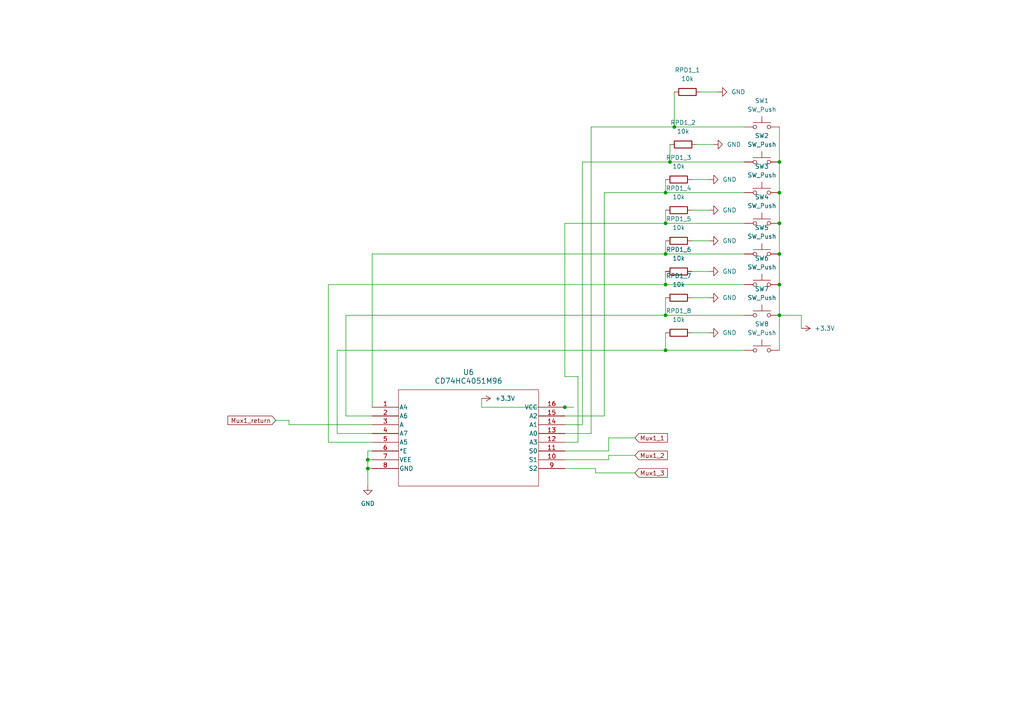
<source format=kicad_sch>
(kicad_sch (version 20230121) (generator eeschema)
  (paper "A4")
  (lib_symbols
    (symbol "2024-07-05_15-23-45:CD74HC4051M96" (pin_names (offset 0.254))
      (property "Reference" "U" (at 27.94 10.16 0))
      (property "Value" "CD74HC4051M96" (at 27.94 7.62 0))
      (symbol "CD74HC4051M96_0_1"
        (polyline (pts (xy 7.62 -22.86) (xy 48.26 -22.86)) (stroke (width 0.127)))
        (polyline (pts (xy 7.62 5.08) (xy 7.62 -22.86)) (stroke (width 0.127)))
        (polyline (pts (xy 48.26 -22.86) (xy 48.26 5.08)) (stroke (width 0.127)))
        (polyline (pts (xy 48.26 5.08) (xy 7.62 5.08)) (stroke (width 0.127)))
        (pin bidirectional line (at 0 0 0) (length 7.62) (name "A4") (number "1"))
        (pin bidirectional line (at 55.88 -15.24 180) (length 7.62) (name "S1") (number "10"))
        (pin bidirectional line (at 55.88 -12.7 180) (length 7.62) (name "S0") (number "11"))
        (pin bidirectional line (at 55.88 -10.16 180) (length 7.62) (name "A3") (number "12"))
        (pin bidirectional line (at 55.88 -7.62 180) (length 7.62) (name "A0") (number "13"))
        (pin bidirectional line (at 55.88 -5.08 180) (length 7.62) (name "A1") (number "14"))
        (pin bidirectional line (at 55.88 -2.54 180) (length 7.62) (name "A2") (number "15"))
        (pin power_in line (at 55.88 0 180) (length 7.62) (name "VCC") (number "16"))
        (pin bidirectional line (at 0 -2.54 0) (length 7.62) (name "A6") (number "2"))
        (pin bidirectional line (at 0 -5.08 0) (length 7.62) (name "A") (number "3"))
        (pin bidirectional line (at 0 -7.62 0) (length 7.62) (name "A7") (number "4"))
        (pin bidirectional line (at 0 -10.16 0) (length 7.62) (name "A5") (number "5"))
        (pin input line (at 0 -12.7 0) (length 7.62) (name "*E") (number "6"))
        (pin power_in line (at 0 -15.24 0) (length 7.62) (name "VEE") (number "7"))
        (pin power_in line (at 0 -17.78 0) (length 7.62) (name "GND") (number "8"))
        (pin bidirectional line (at 55.88 -17.78 180) (length 7.62) (name "S2") (number "9"))
      )
    )
    (symbol "Device:R" (pin_numbers hide) (pin_names (offset 0))
      (property "Reference" "R" (at 2.032 0 90))
      (property "Value" "R" (at 0 0 90))
      (symbol "R_0_1"
        (rectangle (start -1.016 -2.54) (end 1.016 2.54) (stroke (width 0.254)))
      )
      (symbol "R_1_1"
        (pin passive line (at 0 3.81 270) (length 1.27) (name "~") (number "1"))
        (pin passive line (at 0 -3.81 90) (length 1.27) (name "~") (number "2"))
      )
    )
    (symbol "Switch:SW_Push" (pin_numbers hide) (pin_names (offset 1.016) hide)
      (property "Reference" "SW" (at 1.27 2.54 0))
      (property "Value" "SW_Push" (at 0 -1.524 0))
      (symbol "SW_Push_0_1"
        (circle (center -2.032 0) (radius 0.508))
        (polyline (pts (xy 0 1.27) (xy 0 3.048)))
        (polyline (pts (xy 2.54 1.27) (xy -2.54 1.27)))
        (circle (center 2.032 0) (radius 0.508))
        (pin passive line (at -5.08 0 0) (length 2.54) (name "1") (number "1"))
        (pin passive line (at 5.08 0 180) (length 2.54) (name "2") (number "2"))
      )
    )
    (symbol "power:+3.3V" (power) (pin_names (offset 0))
      (property "Value" "+3.3V" (at 0 3.556 0))
      (symbol "+3.3V_0_1"
        (polyline (pts (xy -0.762 1.27) (xy 0 2.54)))
        (polyline (pts (xy 0 0) (xy 0 2.54)))
        (polyline (pts (xy 0 2.54) (xy 0.762 1.27)))
      )
      (symbol "+3.3V_1_1"
        (pin power_in line (at 0 0 90) (length 0) hide (name "+3.3V") (number "1"))
      )
    )
    (symbol "power:GND" (power) (pin_names (offset 0))
      (property "Value" "GND" (at 0 -3.81 0))
      (symbol "GND_0_1"
        (polyline (pts (xy 0 0) (xy 0 -1.27) (xy 1.27 -1.27) (xy 0 -2.54) (xy -1.27 -1.27) (xy 0 -1.27)))
      )
      (symbol "GND_1_1"
        (pin power_in line (at 0 0 270) (length 0) hide (name "GND") (number "1"))
      )
    )
  )
  (junction (at 226.06 55.88))
  (junction (at 226.06 73.66))
  (junction (at 193.04 55.88))
  (junction (at 193.04 73.66))
  (junction (at 194.31 46.99))
  (junction (at 195.58 36.83))
  (junction (at 193.04 64.77))
  (junction (at 226.06 46.99))
  (junction (at 193.04 101.6))
  (junction (at 106.68 135.89))
  (junction (at 193.04 91.44))
  (junction (at 226.06 82.55))
  (junction (at 106.68 133.35))
  (junction (at 226.06 91.44))
  (junction (at 193.04 82.55))
  (junction (at 163.83 118.11))
  (junction (at 226.06 64.77))
  (wire (pts (xy 193.04 86.36) (xy 193.04 91.44)))
  (wire (pts (xy 195.58 36.83) (xy 215.9 36.83)))
  (wire (pts (xy 107.95 130.81) (xy 106.68 130.81)))
  (wire (pts (xy 171.45 36.83) (xy 195.58 36.83)))
  (wire (pts (xy 100.33 120.65) (xy 100.33 91.44)))
  (wire (pts (xy 106.68 133.35) (xy 106.68 135.89)))
  (wire (pts (xy 176.53 127) (xy 184.15 127)))
  (wire (pts (xy 193.04 91.44) (xy 215.9 91.44)))
  (wire (pts (xy 163.83 109.22) (xy 163.83 64.77)))
  (wire (pts (xy 107.95 133.35) (xy 106.68 133.35)))
  (wire (pts (xy 139.7 118.11) (xy 139.7 115.57)))
  (wire (pts (xy 194.31 41.91) (xy 194.31 46.99)))
  (wire (pts (xy 203.2 26.67) (xy 208.28 26.67)))
  (wire (pts (xy 195.58 26.67) (xy 195.58 36.83)))
  (wire (pts (xy 226.06 64.77) (xy 226.06 73.66)))
  (wire (pts (xy 106.68 135.89) (xy 107.95 135.89)))
  (wire (pts (xy 106.68 140.97) (xy 106.68 135.89)))
  (wire (pts (xy 97.79 101.6) (xy 193.04 101.6)))
  (wire (pts (xy 107.95 73.66) (xy 193.04 73.66)))
  (wire (pts (xy 107.95 125.73) (xy 97.79 125.73)))
  (wire (pts (xy 200.66 78.74) (xy 205.74 78.74)))
  (wire (pts (xy 200.66 86.36) (xy 205.74 86.36)))
  (wire (pts (xy 176.53 132.08) (xy 184.15 132.08)))
  (wire (pts (xy 163.83 118.11) (xy 139.7 118.11)))
  (wire (pts (xy 175.26 55.88) (xy 193.04 55.88)))
  (wire (pts (xy 194.31 46.99) (xy 215.9 46.99)))
  (wire (pts (xy 107.95 123.19) (xy 83.82 123.19)))
  (wire (pts (xy 200.66 69.85) (xy 205.74 69.85)))
  (wire (pts (xy 193.04 82.55) (xy 215.9 82.55)))
  (wire (pts (xy 107.95 128.27) (xy 95.25 128.27)))
  (wire (pts (xy 176.53 133.35) (xy 176.53 132.08)))
  (wire (pts (xy 226.06 55.88) (xy 226.06 64.77)))
  (wire (pts (xy 193.04 52.07) (xy 193.04 55.88)))
  (wire (pts (xy 107.95 73.66) (xy 107.95 118.11)))
  (wire (pts (xy 163.83 109.22) (xy 167.64 109.22)))
  (wire (pts (xy 168.91 123.19) (xy 168.91 46.99)))
  (wire (pts (xy 193.04 101.6) (xy 215.9 101.6)))
  (wire (pts (xy 226.06 36.83) (xy 226.06 46.99)))
  (wire (pts (xy 232.41 95.25) (xy 232.41 91.44)))
  (wire (pts (xy 232.41 91.44) (xy 226.06 91.44)))
  (wire (pts (xy 193.04 78.74) (xy 193.04 82.55)))
  (wire (pts (xy 200.66 96.52) (xy 205.74 96.52)))
  (wire (pts (xy 200.66 60.96) (xy 205.74 60.96)))
  (wire (pts (xy 163.83 133.35) (xy 176.53 133.35)))
  (wire (pts (xy 163.83 128.27) (xy 167.64 128.27)))
  (wire (pts (xy 163.83 64.77) (xy 193.04 64.77)))
  (wire (pts (xy 172.72 137.16) (xy 184.15 137.16)))
  (wire (pts (xy 163.83 123.19) (xy 168.91 123.19)))
  (wire (pts (xy 193.04 96.52) (xy 193.04 101.6)))
  (wire (pts (xy 226.06 73.66) (xy 226.06 82.55)))
  (wire (pts (xy 83.82 121.92) (xy 80.01 121.92)))
  (wire (pts (xy 95.25 128.27) (xy 95.25 82.55)))
  (wire (pts (xy 100.33 91.44) (xy 193.04 91.44)))
  (wire (pts (xy 166.37 118.11) (xy 163.83 118.11)))
  (wire (pts (xy 97.79 125.73) (xy 97.79 101.6)))
  (wire (pts (xy 163.83 125.73) (xy 171.45 125.73)))
  (wire (pts (xy 226.06 82.55) (xy 226.06 91.44)))
  (wire (pts (xy 106.68 130.81) (xy 106.68 133.35)))
  (wire (pts (xy 193.04 55.88) (xy 215.9 55.88)))
  (wire (pts (xy 193.04 60.96) (xy 193.04 64.77)))
  (wire (pts (xy 226.06 91.44) (xy 226.06 101.6)))
  (wire (pts (xy 226.06 46.99) (xy 226.06 55.88)))
  (wire (pts (xy 95.25 82.55) (xy 193.04 82.55)))
  (wire (pts (xy 171.45 125.73) (xy 171.45 36.83)))
  (wire (pts (xy 107.95 120.65) (xy 100.33 120.65)))
  (wire (pts (xy 83.82 123.19) (xy 83.82 121.92)))
  (wire (pts (xy 193.04 64.77) (xy 215.9 64.77)))
  (wire (pts (xy 168.91 46.99) (xy 194.31 46.99)))
  (wire (pts (xy 163.83 120.65) (xy 175.26 120.65)))
  (wire (pts (xy 175.26 120.65) (xy 175.26 55.88)))
  (wire (pts (xy 167.64 109.22) (xy 167.64 128.27)))
  (wire (pts (xy 172.72 137.16) (xy 172.72 135.89)))
  (wire (pts (xy 176.53 130.81) (xy 176.53 127)))
  (wire (pts (xy 193.04 73.66) (xy 215.9 73.66)))
  (wire (pts (xy 200.66 52.07) (xy 205.74 52.07)))
  (wire (pts (xy 193.04 69.85) (xy 193.04 73.66)))
  (wire (pts (xy 201.93 41.91) (xy 207.01 41.91)))
  (wire (pts (xy 163.83 130.81) (xy 176.53 130.81)))
  (wire (pts (xy 163.83 135.89) (xy 172.72 135.89)))
  (global_label "Mux1_3" (shape input) (at 184.15 137.16 0) (property "Intersheetrefs" "${INTERSHEET_REFS}" (effects hide)))
  (global_label "Mux1_2" (shape input) (at 184.15 132.08 0) (property "Intersheetrefs" "${INTERSHEET_REFS}" (effects hide)))
  (global_label "Mux1_return" (shape input) (at 80.01 121.92 180) (property "Intersheetrefs" "${INTERSHEET_REFS}" (effects hide)))
  (global_label "Mux1_1" (shape input) (at 184.15 127 0) (property "Intersheetrefs" "${INTERSHEET_REFS}" (effects hide)))
  (symbol (lib_id "power:GND") (at 208.28 26.67 90) (unit 1)
    (property "Reference" "#PWR027" (effects hide))
    (property "Value" "GND" (at 212.09 26.67 90) (effects (justify right)))
    (instances (project "Control Board v2" (path "" (reference "#PWR027") (unit 1)) (path "" (reference "#PWR034") (unit 1))))
  )
  (symbol (lib_id "power:GND") (at 205.74 86.36 90) (unit 1)
    (property "Reference" "#PWR027" (effects hide))
    (property "Value" "GND" (at 209.55 86.36 90) (effects (justify right)))
    (instances (project "Control Board v2" (path "" (reference "#PWR027") (unit 1)) (path "" (reference "#PWR040") (unit 1))))
  )
  (symbol (lib_id "Switch:SW_Push") (at 220.98 82.55 0) (unit 1)
    (property "Reference" "SW6" (at 220.98 74.93 0))
    (property "Value" "SW_Push" (at 220.98 77.47 0))
    (property "Footprint" "TerminalBlock_4Ucon:TerminalBlock_4Ucon_1x02_P3.50mm_Vertical" (effects hide))
  )
  (symbol (lib_id "2024-07-05_15-23-45:CD74HC4051M96") (at 107.95 118.11 0) (unit 1)
    (property "Reference" "U6" (at 135.89 107.95 0) (effects (font (size 1.524 1.524))))
    (property "Value" "CD74HC4051M96" (at 135.89 110.49 0) (effects (font (size 1.524 1.524))))
    (property "Footprint" "Package_SO:QSOP-16_3.9x4.9mm_P0.635mm" (effects hide))
    (property "Datasheet" "CD74HC4051M96" (effects hide))
  )
  (symbol (lib_id "power:GND") (at 205.74 78.74 90) (unit 1)
    (property "Reference" "#PWR027" (effects hide))
    (property "Value" "GND" (at 209.55 78.74 90) (effects (justify right)))
    (instances (project "Control Board v2" (path "" (reference "#PWR027") (unit 1)) (path "" (reference "#PWR039") (unit 1))))
  )
  (symbol (lib_id "power:GND") (at 205.74 52.07 90) (unit 1)
    (property "Reference" "#PWR027" (effects hide))
    (property "Value" "GND" (at 209.55 52.07 90) (effects (justify right)))
    (instances (project "Control Board v2" (path "" (reference "#PWR027") (unit 1)) (path "" (reference "#PWR036") (unit 1))))
  )
  (symbol (lib_id "Device:R") (at 196.85 86.36 90) (unit 1)
    (property "Reference" "RPD1_7" (at 196.85 80.01 90))
    (property "Value" "10k" (at 196.85 82.55 90))
    (property "Footprint" "Resistor_SMD:R_0805_2012Metric_Pad1.20x1.40mm_HandSolder" (effects hide))
  )
  (symbol (lib_id "Switch:SW_Push") (at 220.98 64.77 0) (unit 1)
    (property "Reference" "SW4" (at 220.98 57.15 0))
    (property "Value" "SW_Push" (at 220.98 59.69 0))
    (property "Footprint" "TerminalBlock_4Ucon:TerminalBlock_4Ucon_1x02_P3.50mm_Vertical" (effects hide))
  )
  (symbol (lib_id "Switch:SW_Push") (at 220.98 91.44 0) (unit 1)
    (property "Reference" "SW7" (at 220.98 83.82 0))
    (property "Value" "SW_Push" (at 220.98 86.36 0))
    (property "Footprint" "TerminalBlock_4Ucon:TerminalBlock_4Ucon_1x02_P3.50mm_Vertical" (effects hide))
  )
  (symbol (lib_id "power:GND") (at 205.74 69.85 90) (unit 1)
    (property "Reference" "#PWR027" (effects hide))
    (property "Value" "GND" (at 209.55 69.85 90) (effects (justify right)))
    (instances (project "Control Board v2" (path "" (reference "#PWR027") (unit 1)) (path "" (reference "#PWR038") (unit 1))))
  )
  (symbol (lib_id "Switch:SW_Push") (at 220.98 73.66 0) (unit 1)
    (property "Reference" "SW5" (at 220.98 66.04 0))
    (property "Value" "SW_Push" (at 220.98 68.58 0))
    (property "Footprint" "TerminalBlock_4Ucon:TerminalBlock_4Ucon_1x02_P3.50mm_Vertical" (effects hide))
  )
  (symbol (lib_id "power:+3.3V") (at 139.7 115.57 270) (unit 1)
    (property "Reference" "#PWR025" (effects hide))
    (property "Value" "+3.3V" (at 143.51 115.57 90) (effects (justify left)))
    (instances (project "Control Board v2" (path "" (reference "#PWR025") (unit 1)) (path "" (reference "#PWR031") (unit 1))))
  )
  (symbol (lib_id "Device:R") (at 196.85 69.85 90) (unit 1)
    (property "Reference" "RPD1_5" (at 196.85 63.5 90))
    (property "Value" "10k" (at 196.85 66.04 90))
    (property "Footprint" "Resistor_SMD:R_0805_2012Metric_Pad1.20x1.40mm_HandSolder" (effects hide))
  )
  (symbol (lib_id "power:+3.3V") (at 232.41 95.25 270) (unit 1)
    (property "Reference" "#PWR025" (effects hide))
    (property "Value" "+3.3V" (at 236.22 95.25 90) (effects (justify left)))
    (instances (project "Control Board v2" (path "" (reference "#PWR025") (unit 1)) (path "" (reference "#PWR042") (unit 1))))
  )
  (symbol (lib_id "Device:R") (at 196.85 52.07 90) (unit 1)
    (property "Reference" "RPD1_3" (at 196.85 45.72 90))
    (property "Value" "10k" (at 196.85 48.26 90))
    (property "Footprint" "Resistor_SMD:R_0805_2012Metric_Pad1.20x1.40mm_HandSolder" (effects hide))
  )
  (symbol (lib_id "Switch:SW_Push") (at 220.98 46.99 0) (unit 1)
    (property "Reference" "SW2" (at 220.98 39.37 0))
    (property "Value" "SW_Push" (at 220.98 41.91 0))
    (property "Footprint" "TerminalBlock_4Ucon:TerminalBlock_4Ucon_1x02_P3.50mm_Vertical" (effects hide))
  )
  (symbol (lib_id "Switch:SW_Push") (at 220.98 55.88 0) (unit 1)
    (property "Reference" "SW3" (at 220.98 48.26 0))
    (property "Value" "SW_Push" (at 220.98 50.8 0))
    (property "Footprint" "TerminalBlock_4Ucon:TerminalBlock_4Ucon_1x02_P3.50mm_Vertical" (effects hide))
  )
  (symbol (lib_id "power:GND") (at 106.68 140.97 0) (unit 1)
    (property "Reference" "#PWR027" (effects hide))
    (property "Value" "GND" (at 106.68 146.05 0))
    (instances (project "Control Board v2" (path "" (reference "#PWR027") (unit 1)) (path "" (reference "#PWR033") (unit 1))))
  )
  (symbol (lib_id "Switch:SW_Push") (at 220.98 36.83 0) (unit 1)
    (property "Reference" "SW1" (at 220.98 29.21 0))
    (property "Value" "SW_Push" (at 220.98 31.75 0))
    (property "Footprint" "TerminalBlock_4Ucon:TerminalBlock_4Ucon_1x02_P3.50mm_Vertical" (effects hide))
  )
  (symbol (lib_id "Switch:SW_Push") (at 220.98 101.6 0) (unit 1)
    (property "Reference" "SW8" (at 220.98 93.98 0))
    (property "Value" "SW_Push" (at 220.98 96.52 0))
    (property "Footprint" "TerminalBlock_4Ucon:TerminalBlock_4Ucon_1x02_P3.50mm_Vertical" (effects hide))
  )
  (symbol (lib_id "Device:R") (at 199.39 26.67 90) (unit 1)
    (property "Reference" "RPD1_1" (at 199.39 20.32 90))
    (property "Value" "10k" (at 199.39 22.86 90))
    (property "Footprint" "Resistor_SMD:R_0805_2012Metric_Pad1.20x1.40mm_HandSolder" (effects hide))
  )
  (symbol (lib_id "Device:R") (at 196.85 96.52 90) (unit 1)
    (property "Reference" "RPD1_8" (at 196.85 90.17 90))
    (property "Value" "10k" (at 196.85 92.71 90))
    (property "Footprint" "Resistor_SMD:R_0805_2012Metric_Pad1.20x1.40mm_HandSolder" (effects hide))
  )
  (symbol (lib_id "power:GND") (at 205.74 96.52 90) (unit 1)
    (property "Reference" "#PWR027" (effects hide))
    (property "Value" "GND" (at 209.55 96.52 90) (effects (justify right)))
    (instances (project "Control Board v2" (path "" (reference "#PWR027") (unit 1)) (path "" (reference "#PWR041") (unit 1))))
  )
  (symbol (lib_id "Device:R") (at 198.12 41.91 90) (unit 1)
    (property "Reference" "RPD1_2" (at 198.12 35.56 90))
    (property "Value" "10k" (at 198.12 38.1 90))
    (property "Footprint" "Resistor_SMD:R_0805_2012Metric_Pad1.20x1.40mm_HandSolder" (effects hide))
  )
  (symbol (lib_id "Device:R") (at 196.85 78.74 90) (unit 1)
    (property "Reference" "RPD1_6" (at 196.85 72.39 90))
    (property "Value" "10k" (at 196.85 74.93 90))
    (property "Footprint" "Resistor_SMD:R_0805_2012Metric_Pad1.20x1.40mm_HandSolder" (effects hide))
  )
  (symbol (lib_id "power:GND") (at 207.01 41.91 90) (unit 1)
    (property "Reference" "#PWR027" (effects hide))
    (property "Value" "GND" (at 210.82 41.91 90) (effects (justify right)))
    (instances (project "Control Board v2" (path "" (reference "#PWR027") (unit 1)) (path "" (reference "#PWR035") (unit 1))))
  )
  (symbol (lib_id "Device:R") (at 196.85 60.96 90) (unit 1)
    (property "Reference" "RPD1_4" (at 196.85 54.61 90))
    (property "Value" "10k" (at 196.85 57.15 90))
    (property "Footprint" "Resistor_SMD:R_0805_2012Metric_Pad1.20x1.40mm_HandSolder" (effects hide))
  )
  (symbol (lib_id "power:GND") (at 205.74 60.96 90) (unit 1)
    (property "Reference" "#PWR027" (effects hide))
    (property "Value" "GND" (at 209.55 60.96 90) (effects (justify right)))
    (instances (project "Control Board v2" (path "" (reference "#PWR027") (unit 1)) (path "" (reference "#PWR037") (unit 1))))
  )
)
</source>
